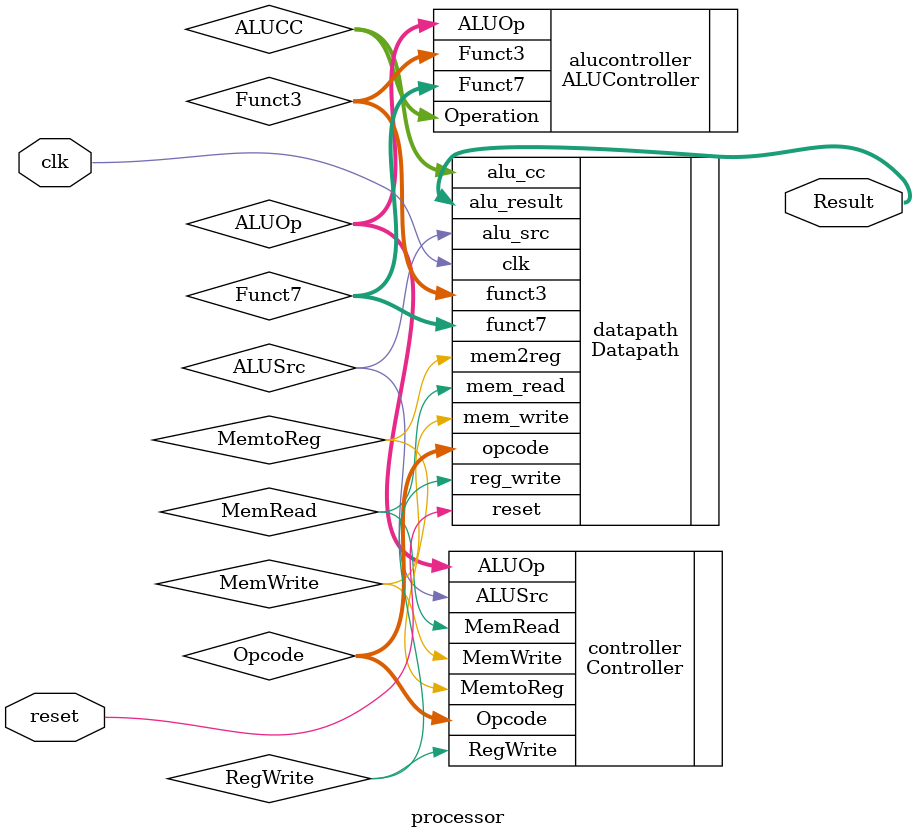
<source format=v>
`timescale 1ns / 1ps

module processor (
    input clk,
    input reset,
    output [31:0] Result
);

    // Internal wires to connect modules
    wire [6:0] Opcode;            // From Datapath to Controller
    wire [1:0] ALUOp;             // From Controller to ALUController
    wire MemtoReg, MemWrite, MemRead, ALUSrc, RegWrite; // Control signals
    wire [2:0] Funct3;            // From Datapath to ALUController
    wire [6:0] Funct7;            // From Datapath to ALUController
    wire [3:0] ALUCC;             // From ALUController to Datapath

    // Datapath instantiation
   Datapath datapath (
    .clk(clk),
    .reset(reset),
    .reg_write(RegWrite),
    .mem2reg(MemtoReg),
    .alu_src(ALUSrc),
    .mem_write(MemWrite),
    .mem_read(MemRead),
    .alu_cc(ALUCC),
    .opcode(Opcode),
    .funct3(Funct3),
    .funct7(Funct7),
    .alu_result(Result)
);

    // Controller instantiation
    Controller controller (
        .Opcode(Opcode),
        .MemtoReg(MemtoReg),
        .MemWrite(MemWrite),
        .MemRead(MemRead),
        .ALUSrc(ALUSrc),
        .RegWrite(RegWrite),
        .ALUOp(ALUOp)
    );

    // ALUController instantiation
    ALUController alucontroller (
        .ALUOp(ALUOp),
        .Funct3(Funct3),
        .Funct7(Funct7),
        .Operation(ALUCC)
    );

endmodule // processor

</source>
